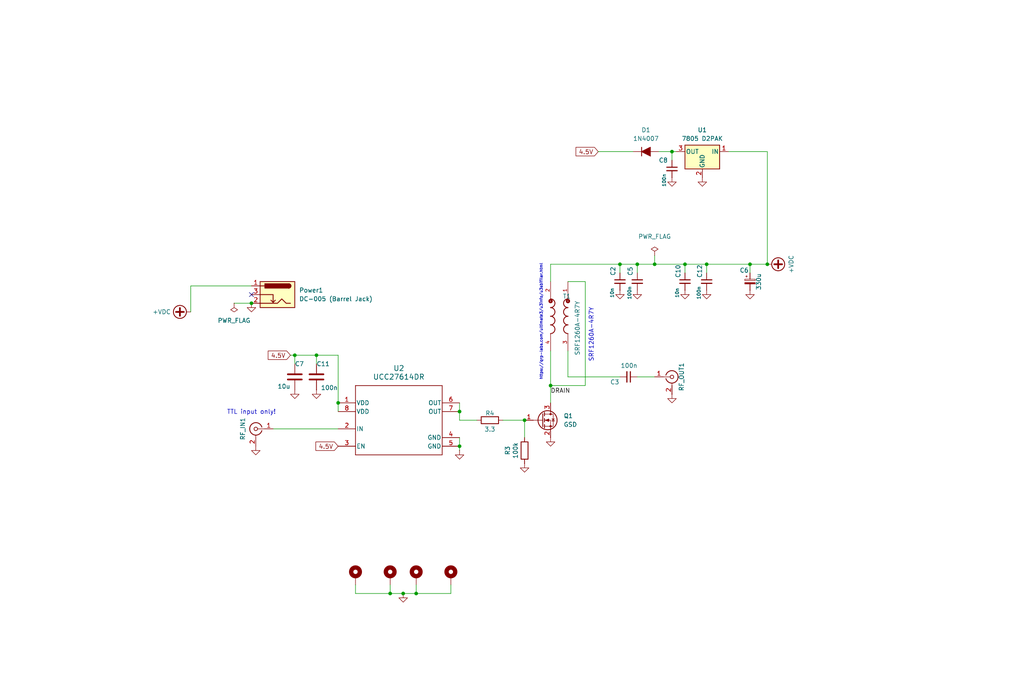
<source format=kicad_sch>
(kicad_sch (version 20250114) (generator "eeschema") (generator_version "9.0")
  (paper "User" 299.999 200)
  (title_block (title "GSD Single-Ended Hack Amp (SMD)") (date "2025-03-20") (rev "v1.01") (company "Author: Dhiru Kholia (VU3CER), Rafał Rozestwiński, Brad (K1TE)"))
  (lib_symbols
    (symbol "2025-01-15_05-21-49:UCC27614DR" (pin_names (offset 0.254))
      (property "Reference" "U2" (at 17.78 10.16 0))
      (property "Value" "UCC27614DR" (at 17.78 7.62 0))
      (symbol "UCC27614DR_0_1"
        (polyline (pts (xy 5.08 5.08) (xy 5.08 -15.24)) (stroke (width 0.2032)))
        (polyline (pts (xy 5.08 -15.24) (xy 30.48 -15.24)) (stroke (width 0.2032)))
        (polyline (pts (xy 30.48 5.08) (xy 5.08 5.08)) (stroke (width 0.2032)))
        (polyline (pts (xy 30.48 -15.24) (xy 30.48 5.08)) (stroke (width 0.2032)))
        (pin power_in line (at 0 0 0) (length 5.08) (name "VDD") (number "1"))
        (pin power_in line (at 0 -2.54 0) (length 5.08) (name "VDD") (number "8"))
        (pin input line (at 0 -7.62 0) (length 5.08) (name "IN") (number "2"))
        (pin input line (at 0 -12.7 0) (length 5.08) (name "EN") (number "3"))
        (pin power_in line (at 35.56 -10.16 180) (length 5.08) (name "GND") (number "4"))
        (pin power_in line (at 35.56 -12.7 180) (length 5.08) (name "GND") (number "5"))
      )
      (symbol "UCC27614DR_1_1"
        (pin passive line (at 35.56 0 180) (length 5.08) (name "OUT") (number "6"))
        (pin passive line (at 35.56 -2.54 180) (length 5.08) (name "OUT") (number "7"))
      )
    )
    (symbol "Conn_Coaxial_1" (pin_names (offset 1.016) (hide yes))
      (property "Reference" "J" (at 0.254 3.048 0))
      (property "Value" "Conn_Coaxial" (at 2.921 0 90))
      (symbol "Conn_Coaxial_1_0_1"
        (polyline (pts (xy -2.54 0) (xy -0.508 0)))
        (arc (start 1.778 0) (mid 0.222 -1.8079) (end -1.778 -0.508) (stroke (width 0.254)))
        (arc (start -1.778 0.508) (mid 0.2221 1.8084) (end 1.778 0) (stroke (width 0.254)))
        (circle (center 0 0) (radius 0.508) (stroke (width 0.2032)))
        (polyline (pts (xy 0 -2.54) (xy 0 -1.778)))
      )
      (symbol "Conn_Coaxial_1_1_1"
        (pin passive line (at -5.08 0 0) (length 2.54) (name "In") (number "1"))
        (pin passive line (at 0 -5.08 90) (length 2.54) (name "Ext") (number "2"))
      )
    )
    (symbol "Connector:Barrel_Jack_Switch" (pin_names (hide yes))
      (property "Reference" "J" (at 0 5.334 0))
      (property "Value" "Barrel_Jack_Switch" (at 0 -5.08 0))
      (symbol "Barrel_Jack_Switch_0_1"
        (rectangle (start -5.08 3.81) (end 5.08 -3.81) (stroke (width 0.254)) (fill (type background)))
        (polyline (pts (xy -3.81 -2.54) (xy -2.54 -2.54) (xy -1.27 -1.27) (xy 0 -2.54) (xy 2.54 -2.54) (xy 5.08 -2.54)) (stroke (width 0.254)))
        (arc (start -3.302 1.905) (mid -3.9343 2.54) (end -3.302 3.175) (stroke (width 0.254)))
        (arc (start -3.302 1.905) (mid -3.9343 2.54) (end -3.302 3.175) (stroke (width 0.254)) (fill (type outline)))
        (polyline (pts (xy 1.27 -2.286) (xy 1.905 -1.651)) (stroke (width 0.254)))
        (rectangle (start 3.683 3.175) (end -3.302 1.905) (stroke (width 0.254)) (fill (type outline)))
        (polyline (pts (xy 5.08 2.54) (xy 3.81 2.54)) (stroke (width 0.254)))
        (polyline (pts (xy 5.08 0) (xy 1.27 0) (xy 1.27 -2.286) (xy 0.635 -1.651)) (stroke (width 0.254)))
      )
      (symbol "Barrel_Jack_Switch_1_1"
        (pin passive line (at 7.62 2.54 180) (length 2.54) (name "~") (number "1"))
        (pin passive line (at 7.62 0 180) (length 2.54) (name "~") (number "3"))
        (pin passive line (at 7.62 -2.54 180) (length 2.54) (name "~") (number "2"))
      )
    )
    (symbol "Connector:Conn_Coaxial" (pin_names (offset 1.016) (hide yes))
      (property "Reference" "J" (at 0.254 3.048 0))
      (property "Value" "Conn_Coaxial" (at 2.921 0 90))
      (symbol "Conn_Coaxial_0_1"
        (polyline (pts (xy -2.54 0) (xy -0.508 0)))
        (arc (start 1.778 0) (mid 0.222 -1.8079) (end -1.778 -0.508) (stroke (width 0.254)))
        (arc (start -1.778 0.508) (mid 0.2221 1.8084) (end 1.778 0) (stroke (width 0.254)))
        (circle (center 0 0) (radius 0.508) (stroke (width 0.2032)))
        (polyline (pts (xy 0 -2.54) (xy 0 -1.778)))
      )
      (symbol "Conn_Coaxial_1_1"
        (pin passive line (at -5.08 0 0) (length 2.54) (name "In") (number "1"))
        (pin passive line (at 0 -5.08 90) (length 2.54) (name "Ext") (number "2"))
      )
    )
    (symbol "Device:C" (pin_numbers (hide yes)) (pin_names (offset 0.254))
      (property "Reference" "C" (at 0.635 2.54 0))
      (property "Value" "C" (at 0.635 -2.54 0))
      (symbol "C_0_1"
        (polyline (pts (xy -2.032 0.762) (xy 2.032 0.762)) (stroke (width 0.508)))
        (polyline (pts (xy -2.032 -0.762) (xy 2.032 -0.762)) (stroke (width 0.508)))
      )
      (symbol "C_1_1"
        (pin passive line (at 0 3.81 270) (length 2.794) (name "~") (number "1"))
        (pin passive line (at 0 -3.81 90) (length 2.794) (name "~") (number "2"))
      )
    )
    (symbol "Device:C_Polarized_Small" (pin_numbers (hide yes)) (pin_names (offset 0.254) (hide yes))
      (property "Reference" "C" (at 0.254 1.778 0))
      (property "Value" "C_Polarized_Small" (at 0.254 -2.032 0))
      (symbol "C_Polarized_Small_0_1"
        (rectangle (start -1.524 0.6858) (end 1.524 0.3048))
        (rectangle (start -1.524 -0.3048) (end 1.524 -0.6858) (fill (type outline)))
        (polyline (pts (xy -1.27 1.524) (xy -0.762 1.524)))
        (polyline (pts (xy -1.016 1.27) (xy -1.016 1.778)))
      )
      (symbol "C_Polarized_Small_1_1"
        (pin passive line (at 0 2.54 270) (length 1.8542) (name "~") (number "1"))
        (pin passive line (at 0 -2.54 90) (length 1.8542) (name "~") (number "2"))
      )
    )
    (symbol "Device:C_Small" (pin_numbers (hide yes)) (pin_names (offset 0.254) (hide yes))
      (property "Reference" "C" (at 0.254 1.778 0))
      (property "Value" "C_Small" (at 0.254 -2.032 0))
      (symbol "C_Small_0_1"
        (polyline (pts (xy -1.524 0.508) (xy 1.524 0.508)) (stroke (width 0.3048)))
        (polyline (pts (xy -1.524 -0.508) (xy 1.524 -0.508)) (stroke (width 0.3302)))
      )
      (symbol "C_Small_1_1"
        (pin passive line (at 0 2.54 270) (length 2.032) (name "~") (number "1"))
        (pin passive line (at 0 -2.54 90) (length 2.032) (name "~") (number "2"))
      )
    )
    (symbol "Device:R" (pin_numbers (hide yes)) (pin_names (offset 0))
      (property "Reference" "R" (at 2.032 0 90))
      (property "Value" "R" (at 0 0 90))
      (symbol "R_0_1"
        (rectangle (start -1.016 -2.54) (end 1.016 2.54) (stroke (width 0.254)))
      )
      (symbol "R_1_1"
        (pin passive line (at 0 3.81 270) (length 1.27) (name "~") (number "1"))
        (pin passive line (at 0 -3.81 90) (length 1.27) (name "~") (number "2"))
      )
    )
    (symbol "Mechanical:MountingHole_Pad" (pin_numbers (hide yes)) (pin_names (offset 1.016) (hide yes))
      (property "Reference" "H" (at 0 6.35 0))
      (property "Value" "MountingHole_Pad" (at 0 4.445 0))
      (symbol "MountingHole_Pad_0_1"
        (circle (center 0 1.27) (radius 1.27) (stroke (width 1.27)))
      )
      (symbol "MountingHole_Pad_1_1"
        (pin input line (at 0 -2.54 90) (length 2.54) (name "1") (number "1"))
      )
    )
    (symbol "PCM_Diode_AKL:1N4007" (pin_numbers (hide yes)) (pin_names (offset 1.016) (hide yes))
      (property "Reference" "D" (at 0 5.08 0))
      (property "Value" "1N4007" (at 0 2.54 0))
      (symbol "1N4007_0_1"
        (polyline (pts (xy -1.27 1.27) (xy -1.27 -1.27) (xy 1.27 0) (xy -1.27 1.27)) (stroke (width 0.254)) (fill (type outline)))
        (polyline (pts (xy -1.27 0) (xy 1.27 0)))
        (polyline (pts (xy 1.27 1.27) (xy 1.27 -1.27)) (stroke (width 0.254)))
      )
      (symbol "1N4007_0_2"
        (polyline (pts (xy -2.54 -2.54) (xy 2.54 2.54)))
        (polyline (pts (xy -0.889 -0.889) (xy -1.778 0) (xy 0.889 0.889) (xy 0 -1.778) (xy -0.889 -0.889)) (stroke (width 0.254)) (fill (type outline)))
        (polyline (pts (xy 0 1.778) (xy 1.778 0)) (stroke (width 0.254)))
      )
      (symbol "1N4007_1_1"
        (pin passive line (at -3.81 0 0) (length 2.54) (name "A") (number "2"))
        (pin passive line (at 3.81 0 180) (length 2.54) (name "K") (number "1"))
      )
      (symbol "1N4007_1_2"
        (pin passive line (at -2.54 -2.54 0) (length 0) (name "A") (number "2"))
        (pin passive line (at 2.54 2.54 180) (length 0) (name "K") (number "1"))
      )
    )
    (symbol "Regulator_Linear:L7812" (pin_names (offset 0.254))
      (property "Reference" "U" (at -3.81 3.175 0))
      (property "Value" "L7812" (at 0 3.175 0))
      (symbol "L7812_0_1"
        (rectangle (start -5.08 1.905) (end 5.08 -5.08) (stroke (width 0.254)) (fill (type background)))
      )
      (symbol "L7812_1_1"
        (pin power_in line (at -7.62 0 0) (length 2.54) (name "IN") (number "1"))
        (pin power_in line (at 0 -7.62 90) (length 2.54) (name "GND") (number "2"))
        (pin power_out line (at 7.62 0 180) (length 2.54) (name "OUT") (number "3"))
      )
    )
    (symbol "SRF1260A-4R7Y:SRF1260A-4R7Y" (pin_names (offset 1.016))
      (property "Reference" "L" (at -7.631 5.0873 0))
      (property "Value" "SRF1260A-4R7Y" (at -7.6349 -7.6349 0))
      (symbol "SRF1260A-4R7Y_0_0"
        (circle (center -4.445 2.54) (radius 0.127) (stroke (width 0.508)))
        (circle (center -4.445 -2.54) (radius 0.127) (stroke (width 0.508)))
        (arc (start -2.54 2.54) (mid -3.81 1.2755) (end -5.08 2.54) (stroke (width 0.254)))
        (arc (start -5.08 -2.54) (mid -3.81 -1.2755) (end -2.54 -2.54) (stroke (width 0.254)))
        (arc (start 0 2.54) (mid -1.27 1.2755) (end -2.54 2.54) (stroke (width 0.254)))
        (arc (start -2.54 -2.54) (mid -1.27 -1.2755) (end 0 -2.54) (stroke (width 0.254)))
        (arc (start 2.54 2.54) (mid 1.27 1.2755) (end 0 2.54) (stroke (width 0.254)))
        (arc (start 0 -2.54) (mid 1.27 -1.2755) (end 2.54 -2.54) (stroke (width 0.254)))
        (arc (start 5.08 2.54) (mid 3.81 1.2755) (end 2.54 2.54) (stroke (width 0.254)))
        (arc (start 2.54 -2.54) (mid 3.81 -1.2755) (end 5.08 -2.54) (stroke (width 0.254)))
        (pin passive line (at -10.16 2.54 0) (length 5.08) (name "~") (number "1"))
        (pin passive line (at -10.16 -2.54 0) (length 5.08) (name "~") (number "2"))
        (pin passive line (at 10.16 2.54 180) (length 5.08) (name "~") (number "3"))
        (pin passive line (at 10.16 -2.54 180) (length 5.08) (name "~") (number "4"))
      )
    )
    (symbol "Transistor_FET:Q_NMOS_GSD" (pin_names (offset 0) (hide yes))
      (property "Reference" "Q" (at 5.08 1.905 0))
      (property "Value" "Q_NMOS_GSD" (at 5.08 0 0))
      (symbol "Q_NMOS_GSD_0_1"
        (polyline (pts (xy 0.254 1.905) (xy 0.254 -1.905)) (stroke (width 0.254)))
        (polyline (pts (xy 0.254 0) (xy -2.54 0)))
        (polyline (pts (xy 0.762 2.286) (xy 0.762 1.27)) (stroke (width 0.254)))
        (polyline (pts (xy 0.762 0.508) (xy 0.762 -0.508)) (stroke (width 0.254)))
        (polyline (pts (xy 0.762 -1.27) (xy 0.762 -2.286)) (stroke (width 0.254)))
        (polyline (pts (xy 0.762 -1.778) (xy 3.302 -1.778) (xy 3.302 1.778) (xy 0.762 1.778)))
        (polyline (pts (xy 1.016 0) (xy 2.032 0.381) (xy 2.032 -0.381) (xy 1.016 0)) (fill (type outline)))
        (circle (center 1.651 0) (radius 2.794) (stroke (width 0.254)))
        (polyline (pts (xy 2.54 2.54) (xy 2.54 1.778)))
        (circle (center 2.54 1.778) (radius 0.254) (fill (type outline)))
        (circle (center 2.54 -1.778) (radius 0.254) (fill (type outline)))
        (polyline (pts (xy 2.54 -2.54) (xy 2.54 0) (xy 0.762 0)))
        (polyline (pts (xy 2.921 0.381) (xy 3.683 0.381)))
        (polyline (pts (xy 3.302 0.381) (xy 2.921 -0.254) (xy 3.683 -0.254) (xy 3.302 0.381)))
      )
      (symbol "Q_NMOS_GSD_1_1"
        (pin input line (at -5.08 0 0) (length 2.54) (name "G") (number "1"))
        (pin passive line (at 2.54 5.08 270) (length 2.54) (name "D") (number "3"))
        (pin passive line (at 2.54 -5.08 90) (length 2.54) (name "S") (number "2"))
      )
    )
    (symbol "power:+VDC" (power) (pin_numbers (hide yes)) (pin_names (offset 0) (hide yes))
      (property "Value" "+VDC" (at 0 6.35 0))
      (symbol "+VDC_0_1"
        (polyline (pts (xy -1.143 3.175) (xy 1.143 3.175)) (stroke (width 0.508)))
        (circle (center 0 3.175) (radius 1.905) (stroke (width 0.254)))
        (polyline (pts (xy 0 2.032) (xy 0 4.318)) (stroke (width 0.508)))
        (polyline (pts (xy 0 0) (xy 0 1.27)))
      )
      (symbol "+VDC_1_1"
        (pin power_in line (at 0 0 90) (length 0) (name "~") (number "1"))
      )
    )
    (symbol "power:GND" (power) (pin_numbers (hide yes)) (pin_names (offset 0) (hide yes))
      (property "Value" "GND" (at 0 -3.81 0))
      (symbol "GND_0_1"
        (polyline (pts (xy 0 0) (xy 0 -1.27) (xy 1.27 -1.27) (xy 0 -2.54) (xy -1.27 -1.27) (xy 0 -1.27)))
      )
      (symbol "GND_1_1"
        (pin power_in line (at 0 0 270) (length 0) (name "~") (number "1"))
      )
    )
    (symbol "power:PWR_FLAG" (power) (pin_numbers (hide yes)) (pin_names (offset 0) (hide yes))
      (property "Value" "PWR_FLAG" (at 0 3.81 0))
      (symbol "PWR_FLAG_0_0"
        (pin power_out line (at 0 0 90) (length 0) (name "~") (number "1"))
      )
      (symbol "PWR_FLAG_0_1"
        (polyline (pts (xy 0 0) (xy 0 1.27) (xy -1.016 1.905) (xy 0 2.54) (xy 1.016 1.905) (xy 0 1.27)))
      )
    )
  )
  (text "https://qrp-labs.com/ultimate3/u3info/u3sbifilar.html" (at 159.004 111.506 90) (effects (font (size 0.8 0.8)) (justify left bottom)))
  (text "SRF1260A-4R7Y" (at 173.99 106.172 90) (effects (font (size 1.27 1.27)) (justify left bottom)))
  (text "TTL input only!" (at 73.66 120.904 0) (effects (font (size 1.27 1.27))))
  (junction (at 92.71 104.14))
  (junction (at 200.66 77.47))
  (junction (at 73.66 88.9))
  (junction (at 134.62 120.65))
  (junction (at 186.69 77.47))
  (junction (at 114.3 173.99))
  (junction (at 134.62 130.81))
  (junction (at 121.92 173.99))
  (junction (at 153.67 123.19))
  (junction (at 181.61 77.47))
  (junction (at 99.06 118.11))
  (junction (at 161.29 113.03))
  (junction (at 219.71 77.47))
  (junction (at 118.11 173.99))
  (junction (at 191.77 77.47))
  (junction (at 207.01 77.47))
  (junction (at 196.85 44.45))
  (junction (at 86.36 104.14))
  (junction (at 224.79 77.47))
  (no_connect (at 73.66 86.36))
  (wire (pts (xy 186.69 77.47) (xy 191.77 77.47)))
  (wire (pts (xy 175.26 44.45) (xy 185.42 44.45)))
  (wire (pts (xy 132.08 173.99) (xy 132.08 171.45)))
  (wire (pts (xy 86.36 104.14) (xy 92.71 104.14)))
  (wire (pts (xy 92.71 104.14) (xy 92.71 106.68)))
  (wire (pts (xy 166.37 102.87) (xy 166.37 110.49)))
  (wire (pts (xy 153.67 128.27) (xy 153.67 123.19)))
  (wire (pts (xy 181.61 77.47) (xy 186.69 77.47)))
  (wire (pts (xy 55.88 83.82) (xy 55.88 91.44)))
  (wire (pts (xy 224.79 44.45) (xy 224.79 77.47)))
  (wire (pts (xy 86.36 104.14) (xy 86.36 106.68)))
  (wire (pts (xy 55.88 83.82) (xy 73.66 83.82)))
  (wire (pts (xy 186.69 110.49) (xy 191.77 110.49)))
  (wire (pts (xy 200.66 77.47) (xy 200.66 80.01)))
  (wire (pts (xy 85.09 104.14) (xy 86.36 104.14)))
  (wire (pts (xy 80.01 125.73) (xy 99.06 125.73)))
  (wire (pts (xy 99.06 104.14) (xy 99.06 118.11)))
  (wire (pts (xy 104.14 173.99) (xy 114.3 173.99)))
  (wire (pts (xy 193.04 44.45) (xy 196.85 44.45)))
  (wire (pts (xy 134.62 130.81) (xy 134.62 132.08)))
  (wire (pts (xy 219.71 77.47) (xy 219.71 80.01)))
  (wire (pts (xy 191.77 77.47) (xy 200.66 77.47)))
  (wire (pts (xy 186.69 77.47) (xy 186.69 80.01)))
  (wire (pts (xy 166.37 110.49) (xy 181.61 110.49)))
  (wire (pts (xy 114.3 171.45) (xy 114.3 173.99)))
  (wire (pts (xy 207.01 77.47) (xy 219.71 77.47)))
  (wire (pts (xy 166.37 82.55) (xy 171.45 82.55)))
  (wire (pts (xy 134.62 123.19) (xy 134.62 120.65)))
  (wire (pts (xy 196.85 44.45) (xy 198.12 44.45)))
  (wire (pts (xy 161.29 102.87) (xy 161.29 113.03)))
  (wire (pts (xy 104.14 171.45) (xy 104.14 173.99)))
  (wire (pts (xy 161.29 113.03) (xy 171.45 113.03)))
  (wire (pts (xy 207.01 77.47) (xy 207.01 80.01)))
  (wire (pts (xy 134.62 123.19) (xy 139.7 123.19)))
  (wire (pts (xy 92.71 104.14) (xy 99.06 104.14)))
  (wire (pts (xy 161.29 113.03) (xy 161.29 118.11)))
  (wire (pts (xy 68.58 88.9) (xy 73.66 88.9)))
  (wire (pts (xy 196.85 44.45) (xy 196.85 46.99)))
  (wire (pts (xy 118.11 173.99) (xy 121.92 173.99)))
  (wire (pts (xy 121.92 173.99) (xy 132.08 173.99)))
  (wire (pts (xy 191.77 74.93) (xy 191.77 77.47)))
  (wire (pts (xy 161.29 77.47) (xy 181.61 77.47)))
  (wire (pts (xy 134.62 128.27) (xy 134.62 130.81)))
  (wire (pts (xy 134.62 118.11) (xy 134.62 120.65)))
  (wire (pts (xy 181.61 77.47) (xy 181.61 80.01)))
  (wire (pts (xy 147.32 123.19) (xy 153.67 123.19)))
  (wire (pts (xy 219.71 77.47) (xy 224.79 77.47)))
  (wire (pts (xy 99.06 118.11) (xy 99.06 120.65)))
  (wire (pts (xy 114.3 173.99) (xy 118.11 173.99)))
  (wire (pts (xy 200.66 77.47) (xy 207.01 77.47)))
  (wire (pts (xy 161.29 82.55) (xy 161.29 77.47)))
  (wire (pts (xy 171.45 82.55) (xy 171.45 113.03)))
  (wire (pts (xy 213.36 44.45) (xy 224.79 44.45)))
  (wire (pts (xy 121.92 171.45) (xy 121.92 173.99)))
  (label "DRAIN" (at 161.29 115.57 0))
  (global_label "4.5V" (shape input) (at 99.06 130.81 180) (property "Intersheetrefs" "${INTERSHEET_REFS}" (effects (hide yes))))
  (global_label "4.5V" (shape input) (at 85.09 104.14 180) (property "Intersheetrefs" "${INTERSHEET_REFS}" (effects (hide yes))))
  (global_label "4.5V" (shape input) (at 175.26 44.45 180) (property "Intersheetrefs" "${INTERSHEET_REFS}" (effects (hide yes))))
  (symbol (lib_id "power:+VDC") (at 55.88 91.44 90) (unit 1)
    (property "Reference" "#PWR0110" (effects (hide yes)))
    (property "Value" "+VDC" (at 50.0634 91.44 90) (effects (justify left)))
    (property "Description" "Power symbol creates a global label with name \"+VDC\"" (effects (hide yes)))
  )
  (symbol (lib_id "power:GND") (at 186.69 85.09 0) (unit 1)
    (property "Reference" "#PWR012" (effects (hide yes)))
    (property "Value" "GND" (effects (hide yes)))
  )
  (symbol (lib_id "Device:R") (at 143.51 123.19 90) (unit 1)
    (property "Reference" "R4" (at 143.51 121.158 90))
    (property "Value" "3.3" (at 143.51 125.857 90))
    (property "Footprint" "Resistor_SMD:R_1206_3216Metric_Pad1.30x1.75mm_HandSolder" (effects (hide yes)))
    (property "LCSC Part" "C17900" (effects (hide yes)))
  )
  (symbol (lib_id "power:GND") (at 181.61 85.09 0) (unit 1)
    (property "Reference" "#PWR05" (effects (hide yes)))
    (property "Value" "GND" (effects (hide yes)))
  )
  (symbol (lib_id "power:+VDC") (at 224.79 77.47 270) (unit 1)
    (property "Reference" "#PWR018" (effects (hide yes)))
    (property "Value" "+VDC" (at 231.775 77.47 0))
    (property "Description" "Power symbol creates a global label with name \"+VDC\"" (effects (hide yes)))
  )
  (symbol (lib_id "Device:C_Small") (at 181.61 82.55 0) (unit 1)
    (property "Reference" "C2" (at 179.578 79.502 90))
    (property "Value" "10n" (at 179.324 85.852 90) (effects (font (size 0.9906 0.9906))))
    (property "Footprint" "Capacitor_SMD:C_1206_3216Metric_Pad1.33x1.80mm_HandSolder" (effects (hide yes)))
    (property "LCSC Part" "C24783" (effects (hide yes)))
  )
  (symbol (lib_id "power:GND") (at 207.01 85.09 0) (unit 1)
    (property "Reference" "#PWR017" (effects (hide yes)))
    (property "Value" "GND" (effects (hide yes)))
  )
  (symbol (lib_id "power:GND") (at 196.85 52.07 0) (unit 1)
    (property "Reference" "#PWR07" (effects (hide yes)))
    (property "Value" "GND" (effects (hide yes)))
    (property "Description" "Power symbol creates a global label with name \"GND\" , ground" (effects (hide yes)))
  )
  (symbol (lib_id "Regulator_Linear:L7812") (at 205.74 44.45 0) (mirror y) (unit 1)
    (property "Reference" "U1" (at 205.74 38.1 0))
    (property "Value" "7805 D2PAK" (at 205.74 40.64 0))
    (property "Footprint" "footprints:TO-263-2-bigger" (effects (hide yes)))
    (property "Datasheet" "http://www.st.com/content/ccc/resource/technical/document/datasheet/41/4f/b3/b0/12/d4/47/88/CD00000444.pdf/files/CD00000444.pdf/jcr:content/translations/en.CD00000444.pdf" (effects (hide yes)))
    (property "Description" "Positive 1.5A 35V Linear Regulator, Fixed Output 12V, TO-220/TO-263/TO-252" (effects (hide yes)))
    (property "LCSC Part" "C54614" (effects (hide yes)))
  )
  (symbol (lib_id "power:GND") (at 196.85 115.57 0) (mirror y) (unit 1)
    (property "Reference" "#PWR04" (effects (hide yes)))
    (property "Value" "GND" (effects (hide yes)))
    (property "Description" "Power symbol creates a global label with name \"GND\" , ground" (effects (hide yes)))
  )
  (symbol (lib_id "power:GND") (at 73.66 88.9 0) (unit 1)
    (property "Reference" "#PWR019" (effects (hide yes)))
    (property "Value" "GND" (effects (hide yes)))
    (property "Description" "Power symbol creates a global label with name \"GND\" , ground" (effects (hide yes)))
  )
  (symbol (lib_name "Conn_Coaxial_1") (lib_id "Connector:Conn_Coaxial") (at 196.85 110.49 0) (unit 1)
    (property "Reference" "RF_OUT1" (at 199.644 110.49 90))
    (property "Value" "SMA" (effects (hide yes)))
    (property "Footprint" "Connector_Coaxial:SMA_Samtec_SMA-J-P-H-ST-EM1_EdgeMount" (effects (hide yes)))
    (property "Description" "coaxial connector (BNC, SMA, SMB, SMC, Cinch/RCA, LEMO, ...)" (effects (hide yes)))
  )
  (symbol (lib_id "power:GND") (at 134.62 132.08 0) (unit 1)
    (property "Reference" "#PWR023" (effects (hide yes)))
    (property "Value" "GND" (effects (hide yes)))
    (property "Description" "Power symbol creates a global label with name \"GND\" , ground" (effects (hide yes)))
  )
  (symbol (lib_id "Device:C") (at 92.71 110.49 0) (unit 1)
    (property "Reference" "C11" (at 92.71 106.68 0) (effects (justify left)))
    (property "Value" "100n" (at 93.98 113.665 0) (effects (justify left)))
    (property "Footprint" "Capacitor_SMD:C_1206_3216Metric_Pad1.33x1.80mm_HandSolder" (effects (hide yes)))
    (property "LCSC Part" "C13585" (effects (hide yes)))
  )
  (symbol (lib_id "Device:R") (at 153.67 132.08 0) (unit 1)
    (property "Reference" "R3" (at 148.6916 132.08 90))
    (property "Value" "100k" (at 151.003 132.08 90))
    (property "Footprint" "Resistor_SMD:R_1206_3216Metric_Pad1.30x1.75mm_HandSolder" (effects (hide yes)))
    (property "LCSC Part" "C17900" (effects (hide yes)))
  )
  (symbol (lib_id "power:GND") (at 74.93 130.81 0) (unit 1)
    (property "Reference" "#PWR08" (effects (hide yes)))
    (property "Value" "GND" (effects (hide yes)))
    (property "Description" "Power symbol creates a global label with name \"GND\" , ground" (effects (hide yes)))
  )
  (symbol (lib_id "Connector:Conn_Coaxial") (at 74.93 125.73 0) (mirror y) (unit 1)
    (property "Reference" "RF_IN1" (at 71.12 125.73 90))
    (property "Value" "SMA" (effects (hide yes)))
    (property "Footprint" "Connector_Coaxial:SMA_Samtec_SMA-J-P-H-ST-EM1_EdgeMount" (effects (hide yes)))
    (property "Description" "coaxial connector (BNC, SMA, SMB, SMC, Cinch/RCA, LEMO, ...)" (effects (hide yes)))
  )
  (symbol (lib_id "power:GND") (at 86.36 114.3 0) (unit 1)
    (property "Reference" "#PWR020" (effects (hide yes)))
    (property "Value" "GND" (effects (hide yes)))
    (property "Description" "Power symbol creates a global label with name \"GND\" , ground" (effects (hide yes)))
  )
  (symbol (lib_id "Transistor_FET:Q_NMOS_GSD") (at 158.75 123.19 0) (unit 1)
    (property "Reference" "Q1" (at 165.1 121.9199 0) (effects (justify left)))
    (property "Value" "GSD" (at 165.1 124.4599 0) (effects (justify left)))
    (property "Footprint" "footprints:TO-220-3_Horizontal_TabDown" (effects (hide yes)))
    (property "Description" "N-MOSFET transistor, gate/source/drain" (effects (hide yes)))
  )
  (symbol (lib_id "Mechanical:MountingHole_Pad") (at 121.92 168.91 0) (unit 1)
    (property "Reference" "H3" (effects (hide yes)))
    (property "Value" "MountingHole_Pad" (effects (hide yes)))
    (property "Footprint" "MountingHole:MountingHole_3.2mm_M3_Pad_Via" (effects (hide yes)))
  )
  (symbol (lib_id "2025-01-15_05-21-49:UCC27614DR") (at 99.06 118.11 0) (unit 1)
    (property "Reference" "U2" (at 116.84 107.95 0) (effects (font (size 1.524 1.524))))
    (property "Value" "UCC27614DR" (at 116.84 110.49 0) (effects (font (size 1.524 1.524))))
    (property "Footprint" "Package_SO:SOIC-8_3.9x4.9mm_P1.27mm" (effects (hide yes)))
    (property "Datasheet" "UCC27614DR" (effects (hide yes)))
  )
  (symbol (lib_id "Device:C_Polarized_Small") (at 219.71 82.55 0) (unit 1)
    (property "Reference" "C6" (at 216.662 79.248 0) (effects (justify left)))
    (property "Value" "330u" (at 222.25 85.09 90) (effects (justify left)))
    (property "Footprint" "Capacitor_THT:CP_Radial_D8.0mm_P5.00mm" (effects (hide yes)))
  )
  (symbol (lib_id "Mechanical:MountingHole_Pad") (at 114.3 168.91 0) (unit 1)
    (property "Reference" "H2" (effects (hide yes)))
    (property "Value" "MountingHole_Pad" (effects (hide yes)))
    (property "Footprint" "MountingHole:MountingHole_3.2mm_M3_Pad_Via" (effects (hide yes)))
  )
  (symbol (lib_id "power:PWR_FLAG") (at 191.77 74.93 0) (unit 1)
    (property "Reference" "#FLG01" (effects (hide yes)))
    (property "Value" "PWR_FLAG" (at 191.77 69.342 0))
  )
  (symbol (lib_id "Device:C_Small") (at 184.15 110.49 270) (unit 1)
    (property "Reference" "C3" (at 180.086 112.014 90))
    (property "Value" "100n" (at 184.277 107.188 90))
    (property "Footprint" "Capacitor_SMD:C_1206_3216Metric_Pad1.33x1.80mm_HandSolder" (effects (hide yes)))
    (property "LCSC Part" "C110255" (effects (hide yes)))
  )
  (symbol (lib_id "power:GND") (at 92.71 114.3 0) (unit 1)
    (property "Reference" "#PWR022" (effects (hide yes)))
    (property "Value" "GND" (effects (hide yes)))
    (property "Description" "Power symbol creates a global label with name \"GND\" , ground" (effects (hide yes)))
  )
  (symbol (lib_id "power:GND") (at 200.66 85.09 0) (unit 1)
    (property "Reference" "#PWR014" (effects (hide yes)))
    (property "Value" "GND" (effects (hide yes)))
  )
  (symbol (lib_id "SRF1260A-4R7Y:SRF1260A-4R7Y") (at 163.83 92.71 270) (unit 1)
    (property "Reference" "T1" (at 164.846 86.868 90) (effects (justify left)))
    (property "Value" "SRF1260A-4R7Y" (at 169.164 88.138 0) (effects (justify left)))
    (property "Footprint" "footprints:IND_SRF1260A-4R7Y-Longer-Pads" (effects (hide yes)))
    (property "MF" "Bourns" (effects (hide yes)))
    (property "MOUSER-PURCHASE-URL" "https://snapeda.com/shop?store=Mouser&id=1533338" (effects (hide yes)))
    (property "DESCRIPTION" "Shielded 2 Coil Inductor Array 27.2µH Inductance - Connected in Series 6.8µH Inductance - Connected in Parallel 18.6mOhm Max DC Resistance (DCR) - Parallel 6.64A Nonstandard" (effects (hide yes)))
    (property "PACKAGE" "Nonstandard Bourns" (effects (hide yes)))
    (property "PRICE" "None" (effects (hide yes)))
    (property "MP" "SRF1260A-6R8Y" (effects (hide yes)))
    (property "AVAILABILITY" "Warning" (effects (hide yes)))
    (property "LCSC Part" "C3273481" (effects (hide yes)))
  )
  (symbol (lib_id "power:GND") (at 118.11 173.99 0) (unit 1)
    (property "Reference" "#PWR01" (effects (hide yes)))
    (property "Value" "GND" (effects (hide yes)))
    (property "Description" "Power symbol creates a global label with name \"GND\" , ground" (effects (hide yes)))
  )
  (symbol (lib_id "power:PWR_FLAG") (at 68.58 88.9 180) (unit 1)
    (property "Reference" "#FLG03" (effects (hide yes)))
    (property "Value" "PWR_FLAG" (at 68.58 93.98 0))
    (property "Description" "Special symbol for telling ERC where power comes from" (effects (hide yes)))
  )
  (symbol (lib_id "power:GND") (at 161.29 128.27 0) (unit 1)
    (property "Reference" "#PWR015" (effects (hide yes)))
    (property "Value" "GND" (effects (hide yes)))
    (property "Description" "Power symbol creates a global label with name \"GND\" , ground" (effects (hide yes)))
  )
  (symbol (lib_id "power:GND") (at 219.71 85.09 0) (unit 1)
    (property "Reference" "#PWR013" (effects (hide yes)))
    (property "Value" "GND" (effects (hide yes)))
  )
  (symbol (lib_id "Device:C") (at 86.36 110.49 0) (unit 1)
    (property "Reference" "C7" (at 86.36 106.68 0) (effects (justify left)))
    (property "Value" "10u" (at 81.28 113.284 0) (effects (justify left)))
    (property "Footprint" "Capacitor_SMD:C_1206_3216Metric_Pad1.33x1.80mm_HandSolder" (effects (hide yes)))
    (property "LCSC Part" "C110255" (effects (hide yes)))
  )
  (symbol (lib_id "Mechanical:MountingHole_Pad") (at 132.08 168.91 0) (mirror y) (unit 1)
    (property "Reference" "H4" (effects (hide yes)))
    (property "Value" "MountingHole_Pad" (effects (hide yes)))
    (property "Footprint" "MountingHole:MountingHole_3.2mm_M3_Pad_Via" (effects (hide yes)))
  )
  (symbol (lib_id "Connector:Barrel_Jack_Switch") (at 81.28 86.36 0) (mirror y) (unit 1)
    (property "Reference" "Power1" (at 87.63 85.0899 0) (effects (justify right)))
    (property "Value" "DC-005 (Barrel Jack)" (at 87.63 87.6299 0) (effects (justify right)))
    (property "Footprint" "footprints:XKB_DC-005-5A-2.0_Modded" (effects (hide yes)))
  )
  (symbol (lib_id "power:GND") (at 205.74 52.07 0) (unit 1)
    (property "Reference" "#PWR06" (effects (hide yes)))
    (property "Value" "GND" (effects (hide yes)))
    (property "Description" "Power symbol creates a global label with name \"GND\" , ground" (effects (hide yes)))
  )
  (symbol (lib_id "Device:C_Small") (at 196.85 49.53 0) (unit 1)
    (property "Reference" "C8" (at 194.31 46.99 0))
    (property "Value" "100n" (at 194.564 52.832 90) (effects (font (size 0.9906 0.9906))))
    (property "Footprint" "Capacitor_SMD:C_1206_3216Metric_Pad1.33x1.80mm_HandSolder" (effects (hide yes)))
    (property "LCSC Part" "C110255" (effects (hide yes)))
  )
  (symbol (lib_id "Device:C_Small") (at 186.69 82.55 0) (unit 1)
    (property "Reference" "C5" (at 184.658 79.502 90))
    (property "Value" "100n" (at 184.404 85.852 90) (effects (font (size 0.9906 0.9906))))
    (property "Footprint" "Capacitor_SMD:C_1206_3216Metric_Pad1.33x1.80mm_HandSolder" (effects (hide yes)))
    (property "LCSC Part" "C55077" (effects (hide yes)))
  )
  (symbol (lib_id "power:GND") (at 153.67 135.89 0) (unit 1)
    (property "Reference" "#PWR016" (effects (hide yes)))
    (property "Value" "GND" (effects (hide yes)))
    (property "Description" "Power symbol creates a global label with name \"GND\" , ground" (effects (hide yes)))
  )
  (symbol (lib_id "Device:C_Small") (at 207.01 82.55 0) (unit 1)
    (property "Reference" "C12" (at 204.978 79.502 90))
    (property "Value" "100n" (at 204.724 85.852 90) (effects (font (size 0.9906 0.9906))))
    (property "Footprint" "Capacitor_SMD:C_1206_3216Metric_Pad1.33x1.80mm_HandSolder" (effects (hide yes)))
    (property "LCSC Part" "C55077" (effects (hide yes)))
  )
  (symbol (lib_id "Mechanical:MountingHole_Pad") (at 104.14 168.91 0) (unit 1)
    (property "Reference" "H1" (effects (hide yes)))
    (property "Value" "MountingHole_Pad" (effects (hide yes)))
    (property "Footprint" "MountingHole:MountingHole_3.2mm_M3_Pad_Via" (effects (hide yes)))
  )
  (symbol (lib_id "Device:C_Small") (at 200.66 82.55 0) (unit 1)
    (property "Reference" "C10" (at 198.628 79.502 90))
    (property "Value" "10n" (at 198.374 85.852 90) (effects (font (size 0.9906 0.9906))))
    (property "Footprint" "Capacitor_SMD:C_1206_3216Metric_Pad1.33x1.80mm_HandSolder" (effects (hide yes)))
    (property "LCSC Part" "C24783" (effects (hide yes)))
  )
  (symbol (lib_id "PCM_Diode_AKL:1N4007") (at 189.23 44.45 180) (unit 1)
    (property "Reference" "D1" (at 189.23 38.1 0))
    (property "Value" "1N4007" (at 189.23 40.64 0))
    (property "Footprint" "PCM_Diode_THT_AKL:D_DO-41_SOD81_P2.54mm_Vertical_KathodeUp" (effects (hide yes)))
    (property "Datasheet" "https://www.tme.eu/Document/5f8ffc5ac30fc86bac97d66040bf5502/1n400x.pdf" (effects (hide yes)))
    (property "Description" "DO-41 Diode, Rectifier, 1000V, 1A, Alternate KiCad Library" (effects (hide yes)))
  )
)
</source>
